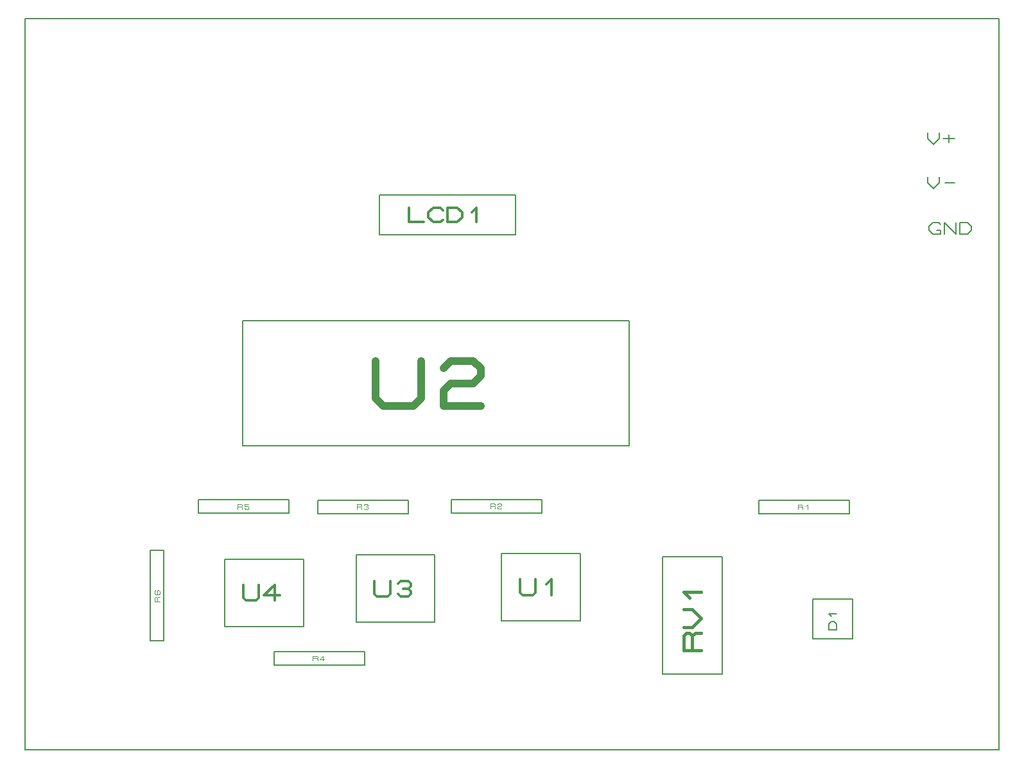
<source format=gbr>
G04 PROTEUS GERBER X2 FILE*
%TF.GenerationSoftware,Labcenter,Proteus,8.8-SP1-Build27031*%
%TF.CreationDate,2019-05-18T07:00:24+00:00*%
%TF.FileFunction,AssemblyDrawing,Top*%
%TF.FilePolarity,Positive*%
%TF.Part,Single*%
%TF.SameCoordinates,{a8659aba-65a4-4c0a-9c60-288927405768}*%
%FSLAX45Y45*%
%MOMM*%
G01*
%TA.AperFunction,Profile*%
%ADD19C,0.203200*%
%TA.AperFunction,Material*%
%ADD70C,0.203200*%
%ADD26C,0.990600*%
%ADD27C,0.316990*%
%ADD28C,0.386080*%
%ADD29C,0.345440*%
%ADD72C,0.176100*%
%ADD73C,0.106680*%
%TD.AperFunction*%
D19*
X-5580000Y-8390000D02*
X+7260000Y-8390000D01*
X+7260000Y+1260000D01*
X-5580000Y+1260000D01*
X-5580000Y-8390000D01*
D70*
X-2713160Y-4376500D02*
X+2387160Y-4376500D01*
X+2387160Y-2725500D01*
X-2713160Y-2725500D01*
X-2713160Y-4376500D01*
D26*
X-955480Y-3253820D02*
X-955480Y-3749120D01*
X-856420Y-3848180D01*
X-460180Y-3848180D01*
X-361120Y-3749120D01*
X-361120Y-3253820D01*
X-63940Y-3352880D02*
X+35120Y-3253820D01*
X+332300Y-3253820D01*
X+431360Y-3352880D01*
X+431360Y-3451940D01*
X+332300Y-3551000D01*
X+35120Y-3551000D01*
X-63940Y-3650060D01*
X-63940Y-3848180D01*
X+431360Y-3848180D01*
D70*
X-908160Y-1592160D02*
X+890160Y-1592160D01*
X+890160Y-1063840D01*
X-908160Y-1063840D01*
X-908160Y-1592160D01*
D27*
X-516186Y-1232903D02*
X-516186Y-1423098D01*
X-325992Y-1423098D01*
X-72399Y-1391399D02*
X-104098Y-1423098D01*
X-199195Y-1423098D01*
X-262593Y-1359700D01*
X-262593Y-1296301D01*
X-199195Y-1232903D01*
X-104098Y-1232903D01*
X-72399Y-1264602D01*
X-9000Y-1423098D02*
X-9000Y-1232903D01*
X+117796Y-1232903D01*
X+181194Y-1296301D01*
X+181194Y-1359700D01*
X+117796Y-1423098D01*
X-9000Y-1423098D01*
X+307991Y-1296301D02*
X+371389Y-1232903D01*
X+371389Y-1423098D01*
D70*
X+2826840Y-7385160D02*
X+3609160Y-7385160D01*
X+3609160Y-5840840D01*
X+2826840Y-5840840D01*
X+2826840Y-7385160D01*
D28*
X+3333824Y-7076296D02*
X+3102176Y-7076296D01*
X+3102176Y-6883256D01*
X+3140784Y-6844648D01*
X+3179392Y-6844648D01*
X+3218000Y-6883256D01*
X+3218000Y-7076296D01*
X+3218000Y-6883256D02*
X+3256608Y-6844648D01*
X+3333824Y-6844648D01*
X+3102176Y-6767432D02*
X+3218000Y-6767432D01*
X+3333824Y-6651608D01*
X+3218000Y-6535784D01*
X+3102176Y-6535784D01*
X+3179392Y-6381352D02*
X+3102176Y-6304136D01*
X+3333824Y-6304136D01*
D70*
X+703840Y-6686500D02*
X+1740160Y-6686500D01*
X+1740160Y-5797500D01*
X+703840Y-5797500D01*
X+703840Y-6686500D01*
D29*
X+945648Y-6138368D02*
X+945648Y-6311088D01*
X+980192Y-6345632D01*
X+1118368Y-6345632D01*
X+1152912Y-6311088D01*
X+1152912Y-6138368D01*
X+1291088Y-6207456D02*
X+1360176Y-6138368D01*
X+1360176Y-6345632D01*
D70*
X-1216160Y-6705500D02*
X-179840Y-6705500D01*
X-179840Y-5816500D01*
X-1216160Y-5816500D01*
X-1216160Y-6705500D01*
D29*
X-974352Y-6157368D02*
X-974352Y-6330088D01*
X-939808Y-6364632D01*
X-801632Y-6364632D01*
X-767088Y-6330088D01*
X-767088Y-6157368D01*
X-663456Y-6191912D02*
X-628912Y-6157368D01*
X-525280Y-6157368D01*
X-490736Y-6191912D01*
X-490736Y-6226456D01*
X-525280Y-6261000D01*
X-490736Y-6295544D01*
X-490736Y-6330088D01*
X-525280Y-6364632D01*
X-628912Y-6364632D01*
X-663456Y-6330088D01*
X-594368Y-6261000D02*
X-525280Y-6261000D01*
D70*
X-2946160Y-6759500D02*
X-1909840Y-6759500D01*
X-1909840Y-5870500D01*
X-2946160Y-5870500D01*
X-2946160Y-6759500D01*
D29*
X-2704352Y-6211368D02*
X-2704352Y-6384088D01*
X-2669808Y-6418632D01*
X-2531632Y-6418632D01*
X-2497088Y-6384088D01*
X-2497088Y-6211368D01*
X-2220736Y-6349544D02*
X-2428000Y-6349544D01*
X-2289824Y-6211368D01*
X-2289824Y-6418632D01*
D70*
X+4806840Y-6925160D02*
X+5335160Y-6925160D01*
X+5335160Y-6396840D01*
X+4806840Y-6396840D01*
X+4806840Y-6925160D01*
D72*
X+5123832Y-6801884D02*
X+5018169Y-6801884D01*
X+5018169Y-6731442D01*
X+5053390Y-6696221D01*
X+5088611Y-6696221D01*
X+5123832Y-6731442D01*
X+5123832Y-6801884D01*
X+5053390Y-6625779D02*
X+5018169Y-6590558D01*
X+5123832Y-6590558D01*
D70*
X+4099100Y-5271900D02*
X+5292900Y-5271900D01*
X+5292900Y-5094100D01*
X+4099100Y-5094100D01*
X+4099100Y-5271900D01*
D73*
X+4610656Y-5215004D02*
X+4610656Y-5150996D01*
X+4663996Y-5150996D01*
X+4674664Y-5161664D01*
X+4674664Y-5172332D01*
X+4663996Y-5183000D01*
X+4610656Y-5183000D01*
X+4663996Y-5183000D02*
X+4674664Y-5193668D01*
X+4674664Y-5215004D01*
X+4717336Y-5172332D02*
X+4738672Y-5150996D01*
X+4738672Y-5215004D01*
D70*
X+42100Y-5260900D02*
X+1235900Y-5260900D01*
X+1235900Y-5083100D01*
X+42100Y-5083100D01*
X+42100Y-5260900D01*
D73*
X+553656Y-5204004D02*
X+553656Y-5139996D01*
X+606996Y-5139996D01*
X+617664Y-5150664D01*
X+617664Y-5161332D01*
X+606996Y-5172000D01*
X+553656Y-5172000D01*
X+606996Y-5172000D02*
X+617664Y-5182668D01*
X+617664Y-5204004D01*
X+649668Y-5150664D02*
X+660336Y-5139996D01*
X+692340Y-5139996D01*
X+703008Y-5150664D01*
X+703008Y-5161332D01*
X+692340Y-5172000D01*
X+660336Y-5172000D01*
X+649668Y-5182668D01*
X+649668Y-5204004D01*
X+703008Y-5204004D01*
D70*
X-1717900Y-5268900D02*
X-524100Y-5268900D01*
X-524100Y-5091100D01*
X-1717900Y-5091100D01*
X-1717900Y-5268900D01*
D73*
X-1206344Y-5212004D02*
X-1206344Y-5147996D01*
X-1153004Y-5147996D01*
X-1142336Y-5158664D01*
X-1142336Y-5169332D01*
X-1153004Y-5180000D01*
X-1206344Y-5180000D01*
X-1153004Y-5180000D02*
X-1142336Y-5190668D01*
X-1142336Y-5212004D01*
X-1110332Y-5158664D02*
X-1099664Y-5147996D01*
X-1067660Y-5147996D01*
X-1056992Y-5158664D01*
X-1056992Y-5169332D01*
X-1067660Y-5180000D01*
X-1056992Y-5190668D01*
X-1056992Y-5201336D01*
X-1067660Y-5212004D01*
X-1099664Y-5212004D01*
X-1110332Y-5201336D01*
X-1088996Y-5180000D02*
X-1067660Y-5180000D01*
D70*
X-2295900Y-7268900D02*
X-1102100Y-7268900D01*
X-1102100Y-7091100D01*
X-2295900Y-7091100D01*
X-2295900Y-7268900D01*
D73*
X-1784344Y-7212004D02*
X-1784344Y-7147996D01*
X-1731004Y-7147996D01*
X-1720336Y-7158664D01*
X-1720336Y-7169332D01*
X-1731004Y-7180000D01*
X-1784344Y-7180000D01*
X-1731004Y-7180000D02*
X-1720336Y-7190668D01*
X-1720336Y-7212004D01*
X-1634992Y-7190668D02*
X-1699000Y-7190668D01*
X-1656328Y-7147996D01*
X-1656328Y-7212004D01*
D70*
X-3292900Y-5266900D02*
X-2099100Y-5266900D01*
X-2099100Y-5089100D01*
X-3292900Y-5089100D01*
X-3292900Y-5266900D01*
D73*
X-2781344Y-5210004D02*
X-2781344Y-5145996D01*
X-2728004Y-5145996D01*
X-2717336Y-5156664D01*
X-2717336Y-5167332D01*
X-2728004Y-5178000D01*
X-2781344Y-5178000D01*
X-2728004Y-5178000D02*
X-2717336Y-5188668D01*
X-2717336Y-5210004D01*
X-2631992Y-5145996D02*
X-2685332Y-5145996D01*
X-2685332Y-5167332D01*
X-2642660Y-5167332D01*
X-2631992Y-5178000D01*
X-2631992Y-5199336D01*
X-2642660Y-5210004D01*
X-2674664Y-5210004D01*
X-2685332Y-5199336D01*
D70*
X-3926900Y-6944900D02*
X-3749100Y-6944900D01*
X-3749100Y-5751100D01*
X-3926900Y-5751100D01*
X-3926900Y-6944900D01*
D73*
X-3805996Y-6433344D02*
X-3870004Y-6433344D01*
X-3870004Y-6380004D01*
X-3859336Y-6369336D01*
X-3848668Y-6369336D01*
X-3838000Y-6380004D01*
X-3838000Y-6433344D01*
X-3838000Y-6380004D02*
X-3827332Y-6369336D01*
X-3805996Y-6369336D01*
X-3859336Y-6283992D02*
X-3870004Y-6294660D01*
X-3870004Y-6326664D01*
X-3859336Y-6337332D01*
X-3816664Y-6337332D01*
X-3805996Y-6326664D01*
X-3805996Y-6294660D01*
X-3816664Y-6283992D01*
X-3827332Y-6283992D01*
X-3838000Y-6294660D01*
X-3838000Y-6337332D01*
D19*
X+6320000Y-240800D02*
X+6320000Y-317000D01*
X+6396200Y-393200D01*
X+6472400Y-317000D01*
X+6472400Y-240800D01*
X+6523200Y-317000D02*
X+6675600Y-317000D01*
X+6599400Y-266200D02*
X+6599400Y-367800D01*
X+6320000Y-830800D02*
X+6320000Y-907000D01*
X+6396200Y-983200D01*
X+6472400Y-907000D01*
X+6472400Y-830800D01*
X+6548600Y-907000D02*
X+6675600Y-907000D01*
X+6441600Y-1532400D02*
X+6492400Y-1532400D01*
X+6492400Y-1583200D01*
X+6390800Y-1583200D01*
X+6340000Y-1532400D01*
X+6340000Y-1481600D01*
X+6390800Y-1430800D01*
X+6467000Y-1430800D01*
X+6492400Y-1456200D01*
X+6543200Y-1583200D02*
X+6543200Y-1430800D01*
X+6695600Y-1583200D01*
X+6695600Y-1430800D01*
X+6746400Y-1583200D02*
X+6746400Y-1430800D01*
X+6848000Y-1430800D01*
X+6898800Y-1481600D01*
X+6898800Y-1532400D01*
X+6848000Y-1583200D01*
X+6746400Y-1583200D01*
M02*

</source>
